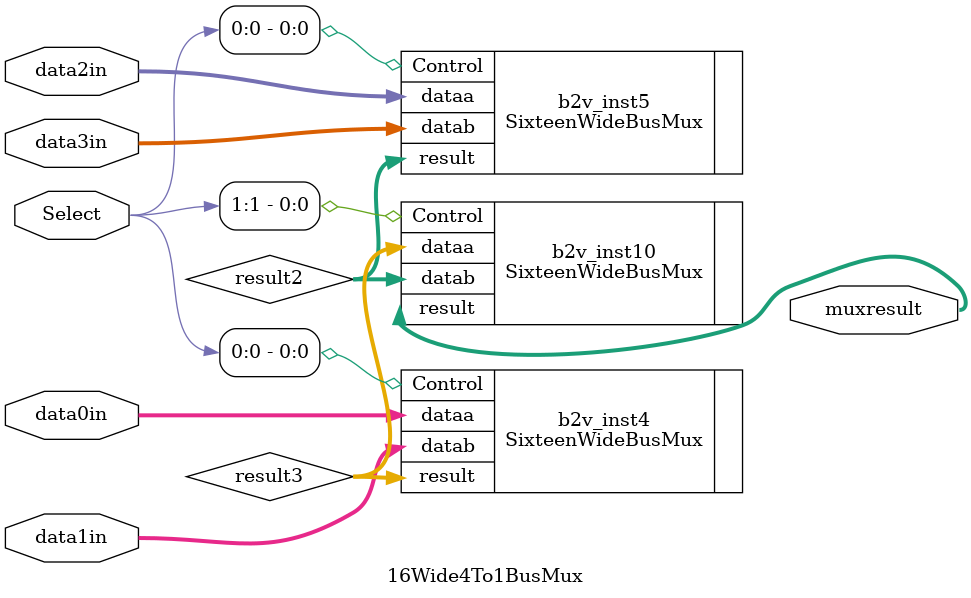
<source format=v>


module \16Wide4To1BusMux (
	data0in,
	data1in,
	data2in,
	data3in,
	Select,
	muxresult
);


input wire	[15:0] data0in;
input wire	[15:0] data1in;
input wire	[15:0] data2in;
input wire	[15:0] data3in;
input wire	[1:0] Select;
output wire	[15:0] muxresult;

wire	[15:0] result2;
wire	[15:0] result3;





SixteenWideBusMux	b2v_inst10(
	.Control(Select[1]),
	.dataa(result3),
	.datab(result2),
	.result(muxresult));


SixteenWideBusMux	b2v_inst4(
	.Control(Select[0]),
	.dataa(data0in),
	.datab(data1in),
	.result(result3));


SixteenWideBusMux	b2v_inst5(
	.Control(Select[0]),
	.dataa(data2in),
	.datab(data3in),
	.result(result2));


endmodule

</source>
